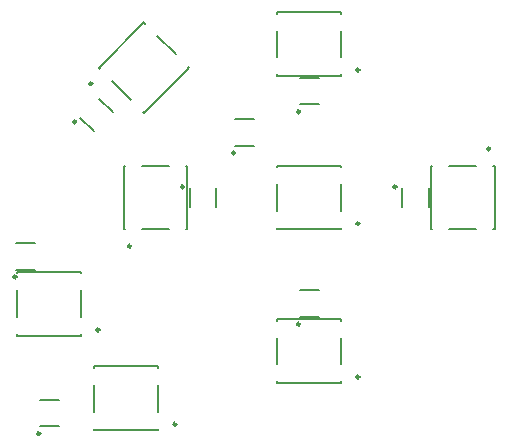
<source format=gto>
G04*
G04 #@! TF.GenerationSoftware,Altium Limited,Altium Designer,24.4.1 (13)*
G04*
G04 Layer_Color=65535*
%FSLAX44Y44*%
%MOMM*%
G71*
G04*
G04 #@! TF.SameCoordinates,756635CD-87F4-41CE-B67A-FD93177F9C21*
G04*
G04*
G04 #@! TF.FilePolarity,Positive*
G04*
G01*
G75*
%ADD10C,0.2500*%
%ADD11C,0.2000*%
D10*
X119250Y168750D02*
G03*
X119250Y168750I-1250J0D01*
G01*
X86525Y306388D02*
G03*
X86525Y306388I-1250J0D01*
G01*
X423250Y251250D02*
G03*
X423250Y251250I-1250J0D01*
G01*
X92500Y98000D02*
G03*
X92500Y98000I-1250J0D01*
G01*
X157500Y18000D02*
G03*
X157500Y18000I-1250J0D01*
G01*
X312500Y58000D02*
G03*
X312500Y58000I-1250J0D01*
G01*
Y188000D02*
G03*
X312500Y188000I-1250J0D01*
G01*
Y318000D02*
G03*
X312500Y318000I-1250J0D01*
G01*
X207250Y247750D02*
G03*
X207250Y247750I-1250J0D01*
G01*
X72688Y274166D02*
G03*
X72688Y274166I-1250J0D01*
G01*
X42250Y10250D02*
G03*
X42250Y10250I-1250J0D01*
G01*
X344000Y219000D02*
G03*
X344000Y219000I-1250J0D01*
G01*
X262250Y102750D02*
G03*
X262250Y102750I-1250J0D01*
G01*
X22250Y142750D02*
G03*
X22250Y142750I-1250J0D01*
G01*
X262250Y282750D02*
G03*
X262250Y282750I-1250J0D01*
G01*
X164000Y219000D02*
G03*
X164000Y219000I-1250J0D01*
G01*
D11*
X113000Y183000D02*
Y237000D01*
X165750D02*
X167000D01*
X128750D02*
X151250D01*
X113000D02*
X114250D01*
X167000Y183000D02*
Y237000D01*
X165750Y183000D02*
X167000D01*
X128750D02*
X151250D01*
X113000D02*
X114250D01*
X91816Y320000D02*
X130000Y358184D01*
X167300Y320884D02*
X168184Y320000D01*
X141137Y347047D02*
X157047Y331137D01*
X130000Y358184D02*
X130884Y357300D01*
X130000Y281816D02*
X168184Y320000D01*
X129116Y282700D02*
X130000Y281816D01*
X102953Y308863D02*
X118863Y292953D01*
X91816Y320000D02*
X92700Y319116D01*
X425750Y237000D02*
X427000D01*
X388750D02*
X411250D01*
X373000D02*
X374250D01*
X373000Y183000D02*
Y237000D01*
X425750Y183000D02*
X427000D01*
X388750D02*
X411250D01*
X373000D02*
X374250D01*
X427000D02*
Y237000D01*
X77000Y93000D02*
Y94250D01*
Y108750D02*
Y131250D01*
Y145750D02*
Y147000D01*
X23000D02*
X77000D01*
X23000Y93000D02*
Y94250D01*
Y108750D02*
Y131250D01*
Y145750D02*
Y147000D01*
Y93000D02*
X77000D01*
X142000Y13000D02*
Y14250D01*
Y28750D02*
Y51250D01*
Y65750D02*
Y67000D01*
X88000D02*
X142000D01*
X88000Y13000D02*
Y14250D01*
Y28750D02*
Y51250D01*
Y65750D02*
Y67000D01*
Y13000D02*
X142000D01*
X297000Y53000D02*
Y54250D01*
Y68750D02*
Y91250D01*
Y105750D02*
Y107000D01*
X243000D02*
X297000D01*
X243000Y53000D02*
Y54250D01*
Y68750D02*
Y91250D01*
Y105750D02*
Y107000D01*
Y53000D02*
X297000D01*
Y183000D02*
Y184250D01*
Y198750D02*
Y221250D01*
Y235750D02*
Y237000D01*
X243000D02*
X297000D01*
X243000Y183000D02*
Y184250D01*
Y198750D02*
Y221250D01*
Y235750D02*
Y237000D01*
Y183000D02*
X297000D01*
Y313000D02*
Y314250D01*
Y328750D02*
Y351250D01*
Y365750D02*
Y367000D01*
X243000D02*
X297000D01*
X243000Y313000D02*
Y314250D01*
Y328750D02*
Y351250D01*
Y365750D02*
Y367000D01*
Y313000D02*
X297000D01*
X207000Y253750D02*
X223000D01*
X207000Y276250D02*
X223000D01*
X76388Y277702D02*
X87702Y266388D01*
X92298Y293612D02*
X103612Y282298D01*
X42000Y16250D02*
X58000D01*
X42000Y38750D02*
X58000D01*
X348750Y202000D02*
Y218000D01*
X371250Y202000D02*
Y218000D01*
X262000Y108750D02*
X278000D01*
X262000Y131250D02*
X278000D01*
X22000Y148750D02*
X38000D01*
X22000Y171250D02*
X38000D01*
X262000Y288750D02*
X278000D01*
X262000Y311250D02*
X278000D01*
X168750Y202000D02*
Y218000D01*
X191250Y202000D02*
Y218000D01*
M02*

</source>
